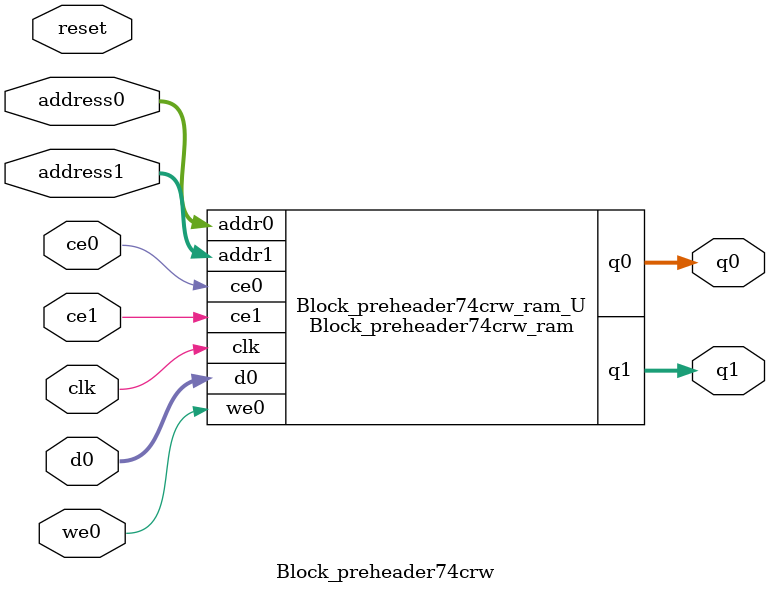
<source format=v>
`timescale 1 ns / 1 ps
module Block_preheader74crw_ram (addr0, ce0, d0, we0, q0, addr1, ce1, q1,  clk);

parameter DWIDTH = 5;
parameter AWIDTH = 8;
parameter MEM_SIZE = 192;

input[AWIDTH-1:0] addr0;
input ce0;
input[DWIDTH-1:0] d0;
input we0;
output reg[DWIDTH-1:0] q0;
input[AWIDTH-1:0] addr1;
input ce1;
output reg[DWIDTH-1:0] q1;
input clk;

(* ram_style = "distributed" *)reg [DWIDTH-1:0] ram[0:MEM_SIZE-1];




always @(posedge clk)  
begin 
    if (ce0) begin
        if (we0) 
            ram[addr0] <= d0; 
        q0 <= ram[addr0];
    end
end


always @(posedge clk)  
begin 
    if (ce1) begin
        q1 <= ram[addr1];
    end
end


endmodule

`timescale 1 ns / 1 ps
module Block_preheader74crw(
    reset,
    clk,
    address0,
    ce0,
    we0,
    d0,
    q0,
    address1,
    ce1,
    q1);

parameter DataWidth = 32'd5;
parameter AddressRange = 32'd192;
parameter AddressWidth = 32'd8;
input reset;
input clk;
input[AddressWidth - 1:0] address0;
input ce0;
input we0;
input[DataWidth - 1:0] d0;
output[DataWidth - 1:0] q0;
input[AddressWidth - 1:0] address1;
input ce1;
output[DataWidth - 1:0] q1;



Block_preheader74crw_ram Block_preheader74crw_ram_U(
    .clk( clk ),
    .addr0( address0 ),
    .ce0( ce0 ),
    .we0( we0 ),
    .d0( d0 ),
    .q0( q0 ),
    .addr1( address1 ),
    .ce1( ce1 ),
    .q1( q1 ));

endmodule


</source>
